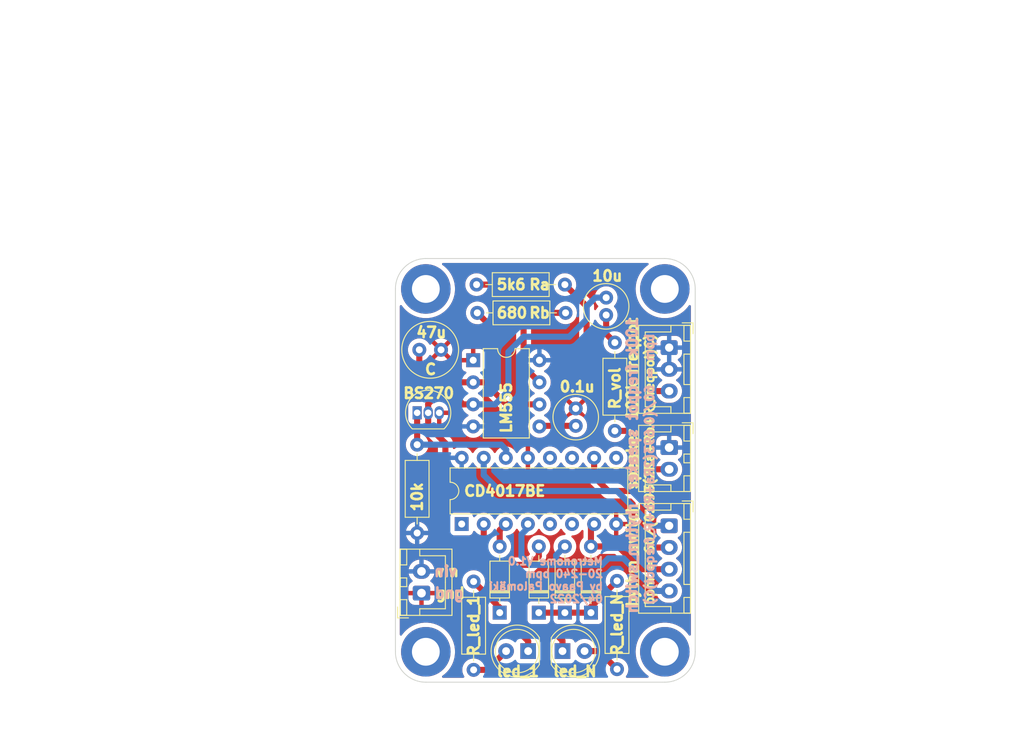
<source format=kicad_pcb>
(kicad_pcb (version 20211014) (generator pcbnew)
  (layers (0 "F.Cu" signal) (31 "B.Cu" signal) (34 "B.Paste" user) (35 "F.Paste" user) (36 "B.SilkS" user "B.Silkscreen") (37 "F.SilkS" user "F.Silkscreen") (38 "B.Mask" user) (39 "F.Mask" user) (44 "Edge.Cuts" user))
  (net 0 "")
  (net 1 "GND")
  (net 2 "Net-(D2-Pad2)")
  (net 3 "Output")
  (net 4 "Net-(C2-Pad2)")
  (net 5 "Net-(C3-Pad2)")
  (net 6 "Net-(C4-Pad2)")
  (net 7 "Net-(D3-Pad1)")
  (net 8 "Net-(D3-Pad2)")
  (net 9 "VCC")
  (net 10 "Net-(J1-Pad2)")
  (net 11 "Net-(R2-Pad1)")
  (net 12 "Net-(R2-Pad2)")
  (net 17 "Net-(D4-Pad2)")
  (net 18 "Net-(D5-Pad2)")
  (net 19 "Net-(D6-Pad1)")
  (net 20 "Net-(D6-Pad2)")
  (net 21 "Net-(D7-Pad2)")
  (net 22 "Net-(U2-Pad10)")
  (net 23 "Net-(U2-Pad15)")
  (net 24 "Net-(Q1-Pad1)")
  (footprint "Resistor_THT:R_Axial_DIN0207_L6.3mm_D2.5mm_P10.16mm_Horizontal" (layer "F.Cu") (at 132.08 71 180)
    (fp_text reference "R3")
    (fp_text value "500")
    (fp_line (start 1.81 1.37) (end 8.35 1.37) (layer "F.SilkS") (width 0.12))
    (fp_line (start 9.12 0) (end 8.35 0) (layer "F.SilkS") (width 0.12))
    (fp_line (start 8.35 1.37) (end 8.35 -1.37) (layer "F.SilkS") (width 0.12))
    (fp_line (start 8.35 -1.37) (end 1.81 -1.37) (layer "F.SilkS") (width 0.12))
    (fp_line (start 1.04 0) (end 1.81 0) (layer "F.SilkS") (width 0.12))
    (fp_line (start 1.81 -1.37) (end 1.81 1.37) (layer "F.SilkS") (width 0.12))
    (pad "1" thru_hole circle locked (at 0 0 180) (size 1.6 1.6) (drill 0.8) (layers *.Cu *.Mask) (net 12 "Net-(R2-Pad2)"))
    (pad "2" thru_hole oval locked (at 10.16 0 180) (size 1.6 1.6) (drill 0.8) (layers *.Cu *.Mask) (net 6 "Net-(C4-Pad2)"))
  )
  (footprint "Connector_JST:JST_XH_B2B-XH-A_1x02_P2.50mm_Vertical" (layer "F.Cu") (at 144 86.5 -90)
    (fp_text reference "J1")
    (fp_text value "Conn_01x02")
    (fp_line (start 4.3 2.75) (end 1.25 2.75) (layer "F.SilkS") (width 0.12))
    (fp_line (start -2.55 -2.45) (end -2.55 -1.7) (layer "F.SilkS") (width 0.12))
    (fp_line (start 0.75 -1.7) (end 1.75 -1.7) (layer "F.SilkS") (width 0.12))
    (fp_line (start 3.25 -2.45) (end 3.25 -1.7) (layer "F.SilkS") (width 0.12))
    (fp_line (start -2.55 -0.2) (end -1.8 -0.2) (layer "F.SilkS") (width 0.12))
    (fp_line (start -0.75 -2.45) (end -2.55 -2.45) (layer "F.SilkS") (width 0.12))
    (fp_line (start 1.75 -1.7) (end 1.75 -2.45) (layer "F.SilkS") (width 0.12))
    (fp_line (start -1.8 -0.2) (end -1.8 2.75) (layer "F.SilkS") (width 0.12))
    (fp_line (start -2.85 -2.75) (end -2.85 -1.5) (layer "F.SilkS") (width 0.12))
    (fp_line (start -2.55 -1.7) (end -0.75 -1.7) (layer "F.SilkS") (width 0.12))
    (fp_line (start 5.05 -2.45) (end 3.25 -2.45) (layer "F.SilkS") (width 0.12))
    (fp_line (start -0.75 -1.7) (end -0.75 -2.45) (layer "F.SilkS") (width 0.12))
    (fp_line (start -1.6 -2.75) (end -2.85 -2.75) (layer "F.SilkS") (width 0.12))
    (fp_line (start 1.75 -2.45) (end 0.75 -2.45) (layer "F.SilkS") (width 0.12))
    (fp_line (start 5.06 3.51) (end 5.06 -2.46) (layer "F.SilkS") (width 0.12))
    (fp_line (start 3.25 -1.7) (end 5.05 -1.7) (layer "F.SilkS") (width 0.12))
    (fp_line (start -2.56 3.51) (end 5.06 3.51) (layer "F.SilkS") (width 0.12))
    (fp_line (start 0.75 -2.45) (end 0.75 -1.7) (layer "F.SilkS") (width 0.12))
    (fp_line (start 5.05 -1.7) (end 5.05 -2.45) (layer "F.SilkS") (width 0.12))
    (fp_line (start 5.05 -0.2) (end 4.3 -0.2) (layer "F.SilkS") (width 0.12))
    (fp_line (start -1.8 2.75) (end 1.25 2.75) (layer "F.SilkS") (width 0.12))
    (fp_line (start 5.06 -2.46) (end -2.56 -2.46) (layer "F.SilkS") (width 0.12))
    (fp_line (start 4.3 -0.2) (end 4.3 2.75) (layer "F.SilkS") (width 0.12))
    (fp_line (start -2.56 -2.46) (end -2.56 3.51) (layer "F.SilkS") (width 0.12))
    (pad "1" thru_hole roundrect locked (at 0 0 270) (size 1.7 2) (drill 1) (layers *.Cu *.Mask) (roundrect_rratio 0.1470588235) (net 9 "VCC"))
    (pad "2" thru_hole oval locked (at 2.5 0 270) (size 1.7 2) (drill 1) (layers *.Cu *.Mask) (net 10 "Net-(J1-Pad2)"))
  )
  (footprint "Resistor_THT:R_Axial_DIN0207_L6.3mm_D2.5mm_P10.16mm_Horizontal" (layer "F.Cu") (at 137.75 74.42 -90)
    (fp_text reference "R1")
    (fp_text value "R_vol")
    (fp_line (start 9.12 0) (end 8.35 0) (layer "F.SilkS") (width 0.12))
    (fp_line (start 1.81 1.37) (end 8.35 1.37) (layer "F.SilkS") (width 0.12))
    (fp_line (start 1.81 -1.37) (end 1.81 1.37) (layer "F.SilkS") (width 0.12))
    (fp_line (start 8.35 1.37) (end 8.35 -1.37) (layer "F.SilkS") (width 0.12))
    (fp_line (start 8.35 -1.37) (end 1.81 -1.37) (layer "F.SilkS") (width 0.12))
    (fp_line (start 1.04 0) (end 1.81 0) (layer "F.SilkS") (width 0.12))
    (pad "1" thru_hole circle locked (at 0 0 270) (size 1.6 1.6) (drill 0.8) (layers *.Cu *.Mask) (net 4 "Net-(C2-Pad2)"))
    (pad "2" thru_hole oval locked (at 10.16 0 270) (size 1.6 1.6) (drill 0.8) (layers *.Cu *.Mask) (net 10 "Net-(J1-Pad2)"))
  )
  (footprint "Connector_JST:JST_XH_B2B-XH-A_1x02_P2.50mm_Vertical" (layer "F.Cu") (at 115.5 103.25 90)
    (fp_text reference "J2")
    (fp_text value "Conn_01x02")
    (fp_line (start 5.05 -1.7) (end 5.05 -2.45) (layer "F.SilkS") (width 0.12))
    (fp_line (start -1.8 2.75) (end 1.25 2.75) (layer "F.SilkS") (width 0.12))
    (fp_line (start -2.55 -1.7) (end -0.75 -1.7) (layer "F.SilkS") (width 0.12))
    (fp_line (start -2.56 3.51) (end 5.06 3.51) (layer "F.SilkS") (width 0.12))
    (fp_line (start -2.85 -2.75) (end -2.85 -1.5) (layer "F.SilkS") (width 0.12))
    (fp_line (start -0.75 -2.45) (end -2.55 -2.45) (layer "F.SilkS") (width 0.12))
    (fp_line (start 4.3 -0.2) (end 4.3 2.75) (layer "F.SilkS") (width 0.12))
    (fp_line (start -2.55 -2.45) (end -2.55 -1.7) (layer "F.SilkS") (width 0.12))
    (fp_line (start 3.25 -2.45) (end 3.25 -1.7) (layer "F.SilkS") (width 0.12))
    (fp_line (start -2.55 -0.2) (end -1.8 -0.2) (layer "F.SilkS") (width 0.12))
    (fp_line (start -1.6 -2.75) (end -2.85 -2.75) (layer "F.SilkS") (width 0.12))
    (fp_line (start -0.75 -1.7) (end -0.75 -2.45) (layer "F.SilkS") (width 0.12))
    (fp_line (start -2.56 -2.46) (end -2.56 3.51) (layer "F.SilkS") (width 0.12))
    (fp_line (start 4.3 2.75) (end 1.25 2.75) (layer "F.SilkS") (width 0.12))
    (fp_line (start 5.06 3.51) (end 5.06 -2.46) (layer "F.SilkS") (width 0.12))
    (fp_line (start 3.25 -1.7) (end 5.05 -1.7) (layer "F.SilkS") (width 0.12))
    (fp_line (start 0.75 -2.45) (end 0.75 -1.7) (layer "F.SilkS") (width 0.12))
    (fp_line (start 5.05 -2.45) (end 3.25 -2.45) (layer "F.SilkS") (width 0.12))
    (fp_line (start 5.05 -0.2) (end 4.3 -0.2) (layer "F.SilkS") (width 0.12))
    (fp_line (start 5.06 -2.46) (end -2.56 -2.46) (layer "F.SilkS") (width 0.12))
    (fp_line (start -1.8 -0.2) (end -1.8 2.75) (layer "F.SilkS") (width 0.12))
    (fp_line (start 1.75 -2.45) (end 0.75 -2.45) (layer "F.SilkS") (width 0.12))
    (fp_line (start 0.75 -1.7) (end 1.75 -1.7) (layer "F.SilkS") (width 0.12))
    (fp_line (start 1.75 -1.7) (end 1.75 -2.45) (layer "F.SilkS") (width 0.12))
    (pad "1" thru_hole roundrect locked (at 0 0 90) (size 1.7 2) (drill 1) (layers *.Cu *.Mask) (roundrect_rratio 0.1470588235) (net 1 "GND"))
    (pad "2" thru_hole oval locked (at 2.5 0 90) (size 1.7 2) (drill 1) (layers *.Cu *.Mask) (net 9 "VCC"))
  )
  (footprint "Resistor_THT:R_Axial_DIN0207_L6.3mm_D2.5mm_P10.16mm_Horizontal" (layer "F.Cu") (at 121.5 112.08 90)
    (fp_text reference "R10")
    (fp_text value "2.2k")
    (fp_line (start 9.12 0) (end 8.35 0) (layer "F.SilkS") (width 0.12))
    (fp_line (start 1.04 0) (end 1.81 0) (layer "F.SilkS") (width 0.12))
    (fp_line (start 1.81 1.37) (end 8.35 1.37) (layer "F.SilkS") (width 0.12))
    (fp_line (start 1.81 -1.37) (end 1.81 1.37) (layer "F.SilkS") (width 0.12))
    (fp_line (start 8.35 -1.37) (end 1.81 -1.37) (layer "F.SilkS") (width 0.12))
    (fp_line (start 8.35 1.37) (end 8.35 -1.37) (layer "F.SilkS") (width 0.12))
    (pad "1" thru_hole circle locked (at 0 0 90) (size 1.6 1.6) (drill 0.8) (layers *.Cu *.Mask) (net 21 "Net-(D7-Pad2)"))
    (pad "2" thru_hole oval locked (at 10.16 0 90) (size 1.6 1.6) (drill 0.8) (layers *.Cu *.Mask) (net 19 "Net-(D6-Pad1)"))
  )
  (footprint "MountingHole:MountingHole_3.2mm_M3_ISO7380_Pad" (layer "F.Cu") (at 116 110)
    (fp_text reference "H2")
    (fp_text value "MountingHole_Pad")
    (pad "1" thru_hole circle locked (at 0 0) (size 5.7 5.7) (drill 3.2) (layers *.Cu *.Mask))
  )
  (footprint "Capacitor_THT:C_Radial_D5.0mm_H11.0mm_P2.00mm" (layer "F.Cu") (at 136.75 69.25 -90)
    (fp_text reference "C2")
    (fp_text value "10u")
    (fp_circle (center 1 0) (end 3.62 0) (layer "F.SilkS") (width 0.12) (fill none))
    (pad "1" thru_hole circle locked (at 0 0 270) (size 1.6 1.6) (drill 0.8) (layers *.Cu *.Mask) (net 3 "Output"))
    (pad "2" thru_hole circle locked (at 2 0 270) (size 1.6 1.6) (drill 0.8) (layers *.Cu *.Mask) (net 4 "Net-(C2-Pad2)"))
  )
  (footprint "Capacitor_THT:C_Radial_D5.0mm_H11.0mm_P2.00mm" (layer "F.Cu") (at 133.25 82 -90)
    (fp_text reference "C3")
    (fp_text value "0.1u")
    (fp_circle (center 1 0) (end 3.62 0) (layer "F.SilkS") (width 0.12) (fill none))
    (pad "1" thru_hole circle locked (at 0 0 270) (size 1.6 1.6) (drill 0.8) (layers *.Cu *.Mask) (net 1 "GND"))
    (pad "2" thru_hole circle locked (at 2 0 270) (size 1.6 1.6) (drill 0.8) (layers *.Cu *.Mask) (net 5 "Net-(C3-Pad2)"))
  )
  (footprint "Capacitor_THT:C_Radial_D6.3mm_H11.0mm_P2.50mm" (layer "F.Cu") (at 117.75 75.25 180)
    (fp_text reference "C4")
    (fp_text value "47u")
    (fp_circle (center 1.25 0) (end 4.52 0) (layer "F.SilkS") (width 0.12) (fill none))
    (pad "1" thru_hole circle locked (at 0 0 180) (size 1.6 1.6) (drill 0.8) (layers *.Cu *.Mask) (net 1 "GND"))
    (pad "2" thru_hole circle locked (at 2.5 0 180) (size 1.6 1.6) (drill 0.8) (layers *.Cu *.Mask) (net 6 "Net-(C4-Pad2)"))
  )
  (footprint "MountingHole:MountingHole_3.2mm_M3_ISO7380_Pad" (layer "F.Cu") (at 143.5 68.25)
    (fp_text reference "H3")
    (fp_text value "MountingHole_Pad")
    (pad "1" thru_hole circle locked (at 0 0) (size 5.7 5.7) (drill 3.2) (layers *.Cu *.Mask))
  )
  (footprint "Diode_THT:D_DO-35_SOD27_P7.62mm_Horizontal" (layer "F.Cu") (at 129 105.5 90)
    (fp_text reference "D5")
    (fp_text value "1N4148")
    (fp_line (start 2.41 -1.12) (end 2.41 1.12) (layer "F.SilkS") (width 0.12))
    (fp_line (start 2.29 -1.12) (end 2.29 1.12) (layer "F.SilkS") (width 0.12))
    (fp_line (start 5.93 1.12) (end 5.93 -1.12) (layer "F.SilkS") (width 0.12))
    (fp_line (start 1.69 -1.12) (end 1.69 1.12) (layer "F.SilkS") (width 0.12))
    (fp_line (start 2.53 -1.12) (end 2.53 1.12) (layer "F.SilkS") (width 0.12))
    (fp_line (start 1.04 0) (end 1.69 0) (layer "F.SilkS") (width 0.12))
    (fp_line (start 6.58 0) (end 5.93 0) (layer "F.SilkS") (width 0.12))
    (fp_line (start 1.69 1.12) (end 5.93 1.12) (layer "F.SilkS") (width 0.12))
    (fp_line (start 5.93 -1.12) (end 1.69 -1.12) (layer "F.SilkS") (width 0.12))
    (pad "1" thru_hole rect locked (at 0 0 90) (size 1.6 1.6) (drill 0.8) (layers *.Cu *.Mask) (net 7 "Net-(D3-Pad1)"))
    (pad "2" thru_hole oval locked (at 7.62 0 90) (size 1.6 1.6) (drill 0.8) (layers *.Cu *.Mask) (net 18 "Net-(D5-Pad2)"))
  )
  (footprint "Connector_JST:JST_XH_B4B-XH-A_1x04_P2.50mm_Vertical" (layer "F.Cu") (at 144 95.5 -90)
    (fp_text reference "J3")
    (fp_text value "Conn_01x04")
    (fp_line (start -1.8 2.75) (end 3.75 2.75) (layer "F.SilkS") (width 0.12))
    (fp_line (start 8.25 -2.45) (end 8.25 -1.7) (layer "F.SilkS") (width 0.12))
    (fp_line (start -2.55 -1.7) (end -0.75 -1.7) (layer "F.SilkS") (width 0.12))
    (fp_line (start 9.3 -0.2) (end 9.3 2.75) (layer "F.SilkS") (width 0.12))
    (fp_line (start 0.75 -1.7) (end 6.75 -1.7) (layer "F.SilkS") (width 0.12))
    (fp_line (start -1.8 -0.2) (end -1.8 2.75) (layer "F.SilkS") (width 0.12))
    (fp_line (start -0.75 -1.7) (end -0.75 -2.45) (layer "F.SilkS") (width 0.12))
    (fp_line (start -2.55 -0.2) (end -1.8 -0.2) (layer "F.SilkS") (width 0.12))
    (fp_line (start 6.75 -2.45) (end 0.75 -2.45) (layer "F.SilkS") (width 0.12))
    (fp_line (start -2.56 -2.46) (end -2.56 3.51) (layer "F.SilkS") (width 0.12))
    (fp_line (start -2.56 3.51) (end 10.06 3.51) (layer "F.SilkS") (width 0.12))
    (fp_line (start 9.3 2.75) (end 3.75 2.75) (layer "F.SilkS") (width 0.12))
    (fp_line (start 8.25 -1.7) (end 10.05 -1.7) (layer "F.SilkS") (width 0.12))
    (fp_line (start 10.06 3.51) (end 10.06 -2.46) (layer "F.SilkS") (width 0.12))
    (fp_line (start 10.06 -2.46) (end -2.56 -2.46) (layer "F.SilkS") (width 0.12))
    (fp_line (start 10.05 -2.45) (end 8.25 -2.45) (layer "F.SilkS") (width 0.12))
    (fp_line (start 10.05 -1.7) (end 10.05 -2.45) (layer "F.SilkS") (width 0.12))
    (fp_line (start -1.6 -2.75) (end -2.85 -2.75) (layer "F.SilkS") (width 0.12))
    (fp_line (start -0.75 -2.45) (end -2.55 -2.45) (layer "F.SilkS") (width 0.12))
    (fp_line (start -2.85 -2.75) (end -2.85 -1.5) (layer "F.SilkS") (width 0.12))
    (fp_line (start 10.05 -0.2) (end 9.3 -0.2) (layer "F.SilkS") (width 0.12))
    (fp_line (start 0.75 -2.45) (end 0.75 -1.7) (layer "F.SilkS") (width 0.12))
    (fp_line (start -2.55 -2.45) (end -2.55 -1.7) (layer "F.SilkS") (width 0.12))
    (fp_line (start 6.75 -1.7) (end 6.75 -2.45) (layer "F.SilkS") (width 0.12))
    (pad "1" thru_hole roundrect locked (at 0 0 270) (size 1.7 1.95) (drill 0.95) (layers *.Cu *.Mask) (roundrect_rratio 0.147059) (net 23 "Net-(U2-Pad15)"))
    (pad "2" thru_hole oval locked (at 2.5 0 270) (size 1.7 1.95) (drill 0.95) (layers *.Cu *.Mask) (net 22 "Net-(U2-Pad10)"))
    (pad "3" thru_hole oval locked (at 5 0 270) (size 1.7 1.95) (drill 0.95) (layers *.Cu *.Mask) (net 8 "Net-(D3-Pad2)"))
    (pad "4" thru_hole oval locked (at 7.5 0 270) (size 1.7 1.95) (drill 0.95) (layers *.Cu *.Mask) (net 17 "Net-(D4-Pad2)"))
  )
  (footprint "MountingHole:MountingHole_3.2mm_M3_ISO7380_Pad" (layer "F.Cu") (at 116 68.25)
    (fp_text reference "H4")
    (fp_text value "MountingHole_Pad")
    (pad "1" thru_hole circle locked (at 0 0) (size 5.7 5.7) (drill 3.2) (layers *.Cu *.Mask))
  )
  (footprint "MountingHole:MountingHole_3.2mm_M3_ISO7380_Pad" (layer "F.Cu") (at 143.5 110)
    (fp_text reference "H1")
    (fp_text value "MountingHole_Pad")
    (pad "1" thru_hole circle locked (at 0 0) (size 5.7 5.7) (drill 3.2) (layers *.Cu *.Mask))
  )
  (footprint "Diode_THT:D_DO-35_SOD27_P7.62mm_Horizontal" (layer "F.Cu") (at 135 105.5 90)
    (fp_text reference "D3")
    (fp_text value "1N4148")
    (fp_line (start 2.29 -1.12) (end 2.29 1.12) (layer "F.SilkS") (width 0.12))
    (fp_line (start 5.93 -1.12) (end 1.69 -1.12) (layer "F.SilkS") (width 0.12))
    (fp_line (start 1.69 1.12) (end 5.93 1.12) (layer "F.SilkS") (width 0.12))
    (fp_line (start 5.93 1.12) (end 5.93 -1.12) (layer "F.SilkS") (width 0.12))
    (fp_line (start 1.69 -1.12) (end 1.69 1.12) (layer "F.SilkS") (width 0.12))
    (fp_line (start 1.04 0) (end 1.69 0) (layer "F.SilkS") (width 0.12))
    (fp_line (start 2.53 -1.12) (end 2.53 1.12) (layer "F.SilkS") (width 0.12))
    (fp_line (start 6.58 0) (end 5.93 0) (layer "F.SilkS") (width 0.12))
    (fp_line (start 2.41 -1.12) (end 2.41 1.12) (layer "F.SilkS") (width 0.12))
    (pad "1" thru_hole rect locked (at 0 0 90) (size 1.6 1.6) (drill 0.8) (layers *.Cu *.Mask) (net 7 "Net-(D3-Pad1)"))
    (pad "2" thru_hole oval locked (at 7.62 0 90) (size 1.6 1.6) (drill 0.8) (layers *.Cu *.Mask) (net 8 "Net-(D3-Pad2)"))
  )
  (footprint "Connector_JST:JST_XH_B3B-XH-A_1x03_P2.50mm_Vertical" (layer "F.Cu") (at 144 75 -90)
    (fp_text reference "RV2")
    (fp_text value "100k")
    (fp_line (start 7.55 -1.7) (end 7.55 -2.45) (layer "F.SilkS") (width 0.12))
    (fp_line (start 0.75 -1.7) (end 4.25 -1.7) (layer "F.SilkS") (width 0.12))
    (fp_line (start 4.25 -1.7) (end 4.25 -2.45) (layer "F.SilkS") (width 0.12))
    (fp_line (start -1.8 2.75) (end 2.5 2.75) (layer "F.SilkS") (width 0.12))
    (fp_line (start -1.6 -2.75) (end -2.85 -2.75) (layer "F.SilkS") (width 0.12))
    (fp_line (start 6.8 2.75) (end 2.5 2.75) (layer "F.SilkS") (width 0.12))
    (fp_line (start 5.75 -2.45) (end 5.75 -1.7) (layer "F.SilkS") (width 0.12))
    (fp_line (start -2.56 3.51) (end 7.56 3.51) (layer "F.SilkS") (width 0.12))
    (fp_line (start -0.75 -2.45) (end -2.55 -2.45) (layer "F.SilkS") (width 0.12))
    (fp_line (start 7.55 -0.2) (end 6.8 -0.2) (layer "F.SilkS") (width 0.12))
    (fp_line (start -2.85 -2.75) (end -2.85 -1.5) (layer "F.SilkS") (width 0.12))
    (fp_line (start 6.8 -0.2) (end 6.8 2.75) (layer "F.SilkS") (width 0.12))
    (fp_line (start -2.55 -2.45) (end -2.55 -1.7) (layer "F.SilkS") (width 0.12))
    (fp_line (start 7.55 -2.45) (end 5.75 -2.45) (layer "F.SilkS") (width 0.12))
    (fp_line (start -2.56 -2.46) (end -2.56 3.51) (layer "F.SilkS") (width 0.12))
    (fp_line (start 4.25 -2.45) (end 0.75 -2.45) (layer "F.SilkS") (width 0.12))
    (fp_line (start -1.8 -0.2) (end -1.8 2.75) (layer "F.SilkS") (width 0.12))
    (fp_line (start 7.56 3.51) (end 7.56 -2.46) (layer "F.SilkS") (width 0.12))
    (fp_line (start 0.75 -2.45) (end 0.75 -1.7) (layer "F.SilkS") (width 0.12))
    (fp_line (start 5.75 -1.7) (end 7.55 -1.7) (layer "F.SilkS") (width 0.12))
    (fp_line (start -2.55 -0.2) (end -1.8 -0.2) (layer "F.SilkS") (width 0.12))
    (fp_line (start -0.75 -1.7) (end -0.75 -2.45) (layer "F.SilkS") (width 0.12))
    (fp_line (start -2.55 -1.7) (end -0.75 -1.7) (layer "F.SilkS") (width 0.12))
    (fp_line (start 7.56 -2.46) (end -2.56 -2.46) (layer "F.SilkS") (width 0.12))
    (pad "1" thru_hole roundrect locked (at 0 0 270) (size 1.7 1.95) (drill 0.95) (layers *.Cu *.Mask) (roundrect_rratio 0.1470588235) (net 9 "VCC"))
    (pad "2" thru_hole oval locked (at 2.5 0 270) (size 1.7 1.95) (drill 0.95) (layers *.Cu *.Mask) (net 9 "VCC"))
    (pad "3" thru_hole oval locked (at 5 0 270) (size 1.7 1.95) (drill 0.95) (layers *.Cu *.Mask) (net 11 "Net-(R2-Pad1)"))
  )
  (footprint "Package_TO_SOT_THT:TO-92_Inline" (layer "F.Cu") (at 115 82.5)
    (fp_text reference "Q1")
    (fp_text value "BS170")
    (fp_line (start -0.53 1.85) (end 3.07 1.85) (layer "F.SilkS") (width 0.12))
    (fp_arc (start 1.27 -2.6) (mid 3.672087 -0.994977) (end 3.108478 1.838478) (layer "F.SilkS") (width 0.12))
    (fp_arc (start -0.568478 1.838478) (mid -1.132087 -0.994977) (end 1.27 -2.6) (layer "F.SilkS") (width 0.12))
    (pad "1" thru_hole rect (at 0 0) (size 1.05 1.5) (drill 0.75) (layers *.Cu *.Mask) (net 24 "Net-(Q1-Pad1)"))
    (pad "2" thru_hole oval locked (at 1.27 0) (size 1.05 1.5) (drill 0.75) (layers *.Cu *.Mask) (net 3 "Output"))
    (pad "3" thru_hole oval locked (at 2.54 0) (size 1.05 1.5) (drill 0.75) (layers *.Cu *.Mask) (net 1 "GND"))
  )
  (footprint "LED_THT:LED_D5.0mm" (layer "F.Cu") (at 127.775 109.92 180)
    (fp_text reference "D7")
    (fp_text value "LED1")
    (fp_line (start -1.29 -1.545) (end -1.29 1.545) (layer "F.SilkS") (width 0.12))
    (fp_arc (start -1.29 -1.54483) (mid 2.072002 -2.880433) (end 4.26 0.000462) (layer "F.SilkS") (width 0.12))
    (fp_arc (start 4.26 -0.000462) (mid 2.072002 2.880433) (end -1.29 1.54483) (layer "F.SilkS") (width 0.12))
    (fp_circle (center 1.27 0) (end 3.77 0) (layer "F.SilkS") (width 0.12) (fill none))
    (pad "1" thru_hole rect locked (at 0 0 180) (size 1.8 1.8) (drill 0.9) (layers *.Cu *.Mask) (net 3 "Output"))
    (pad "2" thru_hole circle locked (at 2.54 0 180) (size 1.8 1.8) (drill 0.9) (layers *.Cu *.Mask) (net 21 "Net-(D7-Pad2)"))
  )
  (footprint "Package_DIP:DIP-16_W7.62mm" (layer "F.Cu") (at 120.125 95.3 90)
    (fp_text reference "U2")
    (fp_text value "4017")
    (fp_line (start 2.81 -1.33) (end 1.16 -1.33) (layer "F.SilkS") (width 0.12))
    (fp_line (start 1.16 -1.33) (end 1.16 19.11) (layer "F.SilkS") (width 0.12))
    (fp_line (start 1.16 19.11) (end 6.46 19.11) (layer "F.SilkS") (width 0.12))
    (fp_line (start 6.46 19.11) (end 6.46 -1.33) (layer "F.SilkS") (width 0.12))
    (fp_line (start 6.46 -1.33) (end 4.81 -1.33) (layer "F.SilkS") (width 0.12))
    (fp_arc (start 4.81 -1.33) (mid 3.81 -0.33) (end 2.81 -1.33) (layer "F.SilkS") (width 0.12))
    (pad "1" thru_hole rect locked (at 0 0 90) (size 1.6 1.6) (drill 0.8) (layers *.Cu *.Mask))
    (pad "2" thru_hole oval locked (at 0 2.54 90) (size 1.6 1.6) (drill 0.8) (layers *.Cu *.Mask) (net 18 "Net-(D5-Pad2)"))
    (pad "3" thru_hole oval locked (at 0 5.08 90) (size 1.6 1.6) (drill 0.8) (layers *.Cu *.Mask) (net 20 "Net-(D6-Pad2)"))
    (pad "4" thru_hole oval locked (at 0 7.62 90) (size 1.6 1.6) (drill 0.8) (layers *.Cu *.Mask) (net 17 "Net-(D4-Pad2)"))
    (pad "5" thru_hole oval locked (at 0 10.16 90) (size 1.6 1.6) (drill 0.8) (layers *.Cu *.Mask))
    (pad "6" thru_hole oval locked (at 0 12.7 90) (size 1.6 1.6) (drill 0.8) (layers *.Cu *.Mask))
    (pad "7" thru_hole oval locked (at 0 15.24 90) (size 1.6 1.6) (drill 0.8) (layers *.Cu *.Mask) (net 8 "Net-(D3-Pad2)"))
    (pad "8" thru_hole oval locked (at 0 17.78 90) (size 1.6 1.6) (drill 0.8) (layers *.Cu *.Mask) (net 1 "GND"))
    (pad "9" thru_hole oval locked (at 7.62 17.78 90) (size 1.6 1.6) (drill 0.8) (layers *.Cu *.Mask))
    (pad "10" thru_hole oval locked (at 7.62 15.24 90) (size 1.6 1.6) (drill 0.8) (layers *.Cu *.Mask) (net 22 "Net-(U2-Pad10)"))
    (pad "11" thru_hole oval locked (at 7.62 12.7 90) (size 1.6 1.6) (drill 0.8) (layers *.Cu *.Mask))
    (pad "12" thru_hole oval locked (at 7.62 10.16 90) (size 1.6 1.6) (drill 0.8) (layers *.Cu *.Mask))
    (pad "13" thru_hole oval locked (at 7.62 7.62 90) (size 1.6 1.6) (drill 0.8) (layers *.Cu *.Mask) (net 1 "GND"))
    (pad "14" thru_hole oval locked (at 7.62 5.08 90) (size 1.6 1.6) (drill 0.8) (layers *.Cu *.Mask) (net 24 "Net-(Q1-Pad1)"))
    (pad "15" thru_hole oval locked (at 7.62 2.54 90) (size 1.6 1.6) (drill 0.8) (layers *.Cu *.Mask) (net 23 "Net-(U2-Pad15)"))
    (pad "16" thru_hole oval locked (at 7.62 0 90) (size 1.6 1.6) (drill 0.8) (layers *.Cu *.Mask) (net 9 "VCC"))
  )
  (footprint "Diode_THT:D_DO-35_SOD27_P7.62mm_Horizontal" (layer "F.Cu") (at 132 105.5 90)
    (fp_text reference "D4")
    (fp_text value "1N4148")
    (fp_line (start 5.93 -1.12) (end 1.69 -1.12) (layer "F.SilkS") (width 0.12))
    (fp_line (start 2.41 -1.12) (end 2.41 1.12) (layer "F.SilkS") (width 0.12))
    (fp_line (start 1.69 -1.12) (end 1.69 1.12) (layer "F.SilkS") (width 0.12))
    (fp_line (start 6.58 0) (end 5.93 0) (layer "F.SilkS") (width 0.12))
    (fp_line (start 1.04 0) (end 1.69 0) (layer "F.SilkS") (width 0.12))
    (fp_line (start 2.53 -1.12) (end 2.53 1.12) (layer "F.SilkS") (width 0.12))
    (fp_line (start 5.93 1.12) (end 5.93 -1.12) (layer "F.SilkS") (width 0.12))
    (fp_line (start 1.69 1.12) (end 5.93 1.12) (layer "F.SilkS") (width 0.12))
    (fp_line (start 2.29 -1.12) (end 2.29 1.12) (layer "F.SilkS") (width 0.12))
    (pad "1" thru_hole rect locked (at 0 0 90) (size 1.6 1.6) (drill 0.8) (layers *.Cu *.Mask) (net 7 "Net-(D3-Pad1)"))
    (pad "2" thru_hole oval locked (at 7.62 0 90) (size 1.6 1.6) (drill 0.8) (layers *.Cu *.Mask) (net 17 "Net-(D4-Pad2)"))
  )
  (footprint "Resistor_THT:R_Axial_DIN0207_L6.3mm_D2.5mm_P10.16mm_Horizontal" (layer "F.Cu") (at 138 112 90)
    (fp_text reference "R9")
    (fp_text value "2.2k")
    (fp_line (start 8.35 1.37) (end 8.35 -1.37) (layer "F.SilkS") (width 0.12))
    (fp_line (start 9.12 0) (end 8.35 0) (layer "F.SilkS") (width 0.12))
    (fp_line (start 1.81 1.37) (end 8.35 1.37) (layer "F.SilkS") (width 0.12))
    (fp_line (start 1.04 0) (end 1.81 0) (layer "F.SilkS") (width 0.12))
    (fp_line (start 8.35 -1.37) (end 1.81 -1.37) (layer "F.SilkS") (width 0.12))
    (fp_line (start 1.81 -1.37) (end 1.81 1.37) (layer "F.SilkS") (width 0.12))
    (pad "1" thru_hole circle locked (at 0 0 90) (size 1.6 1.6) (drill 0.8) (layers *.Cu *.Mask) (net 2 "Net-(D2-Pad2)"))
    (pad "2" thru_hole oval locked (at 10.16 0 90) (size 1.6 1.6) (drill 0.8) (layers *.Cu *.Mask) (net 7 "Net-(D3-Pad1)"))
  )
  (footprint "Package_DIP:DIP-8_W7.62mm" (layer "F.Cu") (at 121.45 76.45)
    (fp_text reference "U1")
    (fp_text value "LM555xN")
    (fp_line (start 6.46 8.95) (end 6.46 -1.33) (layer "F.SilkS") (width 0.12))
    (fp_line (start 2.81 -1.33) (end 1.16 -1.33) (layer "F.SilkS") (width 0.12))
    (fp_line (start 1.16 -1.33) (end 1.16 8.95) (layer "F.SilkS") (width 0.12))
    (fp_line (start 6.46 -1.33) (end 4.81 -1.33) (layer "F.SilkS") (width 0.12))
    (fp_line (start 1.16 8.95) (end 6.46 8.95) (layer "F.SilkS") (width 0.12))
    (fp_arc (start 4.81 -1.33) (mid 3.81 -0.33) (end 2.81 -1.33) (layer "F.SilkS") (width 0.12))
    (pad "1" thru_hole rect locked (at 0 0) (size 1.6 1.6) (drill 0.8) (layers *.Cu *.Mask) (net 1 "GND"))
    (pad "2" thru_hole oval locked (at 0 2.54) (size 1.6 1.6) (drill 0.8) (layers *.Cu *.Mask) (net 6 "Net-(C4-Pad2)"))
    (pad "3" thru_hole oval locked (at 0 5.08) (size 1.6 1.6) (drill 0.8) (layers *.Cu *.Mask) (net 3 "Output"))
    (pad "4" thru_hole oval locked (at 0 7.62) (size 1.6 1.6) (drill 0.8) (layers *.Cu *.Mask) (net 9 "VCC"))
    (pad "5" thru_hole oval locked (at 7.62 7.62) (size 1.6 1.6) (drill 0.8) (layers *.Cu *.Mask) (net 5 "Net-(C3-Pad2)"))
    (pad "6" thru_hole oval locked (at 7.62 5.08) (size 1.6 1.6) (drill 0.8) (layers *.Cu *.Mask) (net 6 "Net-(C4-Pad2)"))
    (pad "7" thru_hole oval locked (at 7.62 2.54) (size 1.6 1.6) (drill 0.8) (layers *.Cu *.Mask) (net 12 "Net-(R2-Pad2)"))
    (pad "8" thru_hole oval locked (at 7.62 0) (size 1.6 1.6) (drill 0.8) (layers *.Cu *.Mask) (net 9 "VCC"))
  )
  (footprint "Resistor_THT:R_Axial_DIN0207_L6.3mm_D2.5mm_P10.16mm_Horizontal" (layer "F.Cu") (at 132 67.75 180)
    (fp_text reference "R2")
    (fp_text value "5k")
    (fp_line (start 8.35 1.37) (end 8.35 -1.37) (layer "F.SilkS") (width 0.12))
    (fp_line (start 1.81 -1.37) (end 1.81 1.37) (layer "F.SilkS") (width 0.12))
    (fp_line (start 9.12 0) (end 8.35 0) (layer "F.SilkS") (width 0.12))
    (fp_line (start 1.81 1.37) (end 8.35 1.37) (layer "F.SilkS") (width 0.12))
    (fp_line (start 1.04 0) (end 1.81 0) (layer "F.SilkS") (width 0.12))
    (fp_line (start 8.35 -1.37) (end 1.81 -1.37) (layer "F.SilkS") (width 0.12))
    (pad "1" thru_hole circle locked (at 0 0 180) (size 1.6 1.6) (drill 0.8) (layers *.Cu *.Mask) (net 11 "Net-(R2-Pad1)"))
    (pad "2" thru_hole oval locked (at 10.16 0 180) (size 1.6 1.6) (drill 0.8) (layers *.Cu *.Mask) (net 12 "Net-(R2-Pad2)"))
  )
  (footprint "Diode_THT:D_DO-35_SOD27_P7.62mm_Horizontal" (layer "F.Cu") (at 124.5 105.5 90)
    (fp_text reference "D6")
    (fp_text value "1N4148")
    (fp_line (start 5.93 1.12) (end 5.93 -1.12) (layer "F.SilkS") (width 0.12))
    (fp_line (start 6.58 0) (end 5.93 0) (layer "F.SilkS") (width 0.12))
    (fp_line (start 2.29 -1.12) (end 2.29 1.12) (layer "F.SilkS") (width 0.12))
    (fp_line (start 5.93 -1.12) (end 1.69 -1.12) (layer "F.SilkS") (width 0.12))
    (fp_line (start 1.69 -1.12) (end 1.69 1.12) (layer "F.SilkS") (width 0.12))
    (fp_line (start 2.53 -1.12) (end 2.53 1.12) (layer "F.SilkS") (width 0.12))
    (fp_line (start 2.41 -1.12) (end 2.41 1.12) (layer "F.SilkS") (width 0.12))
    (fp_line (start 1.04 0) (end 1.69 0) (layer "F.SilkS") (width 0.12))
    (fp_line (start 1.69 1.12) (end 5.93 1.12) (layer "F.SilkS") (width 0.12))
    (pad "1" thru_hole rect locked (at 0 0 90) (size 1.6 1.6) (drill 0.8) (layers *.Cu *.Mask) (net 19 "Net-(D6-Pad1)"))
    (pad "2" thru_hole oval locked (at 7.62 0 90) (size 1.6 1.6) (drill 0.8) (layers *.Cu *.Mask) (net 20 "Net-(D6-Pad2)"))
  )
  (footprint "LED_THT:LED_D5.0mm" (layer "F.Cu") (at 131.725 109.92)
    (fp_text reference "D2")
    (fp_text value "LED234")
    (fp_line (start -1.29 -1.545) (end -1.29 1.545) (layer "F.SilkS") (width 0.12))
    (fp_arc (start -1.29 -1.54483) (mid 2.072002 -2.880433) (end 4.26 0.000462) (layer "F.SilkS") (width 0.12))
    (fp_arc (start 4.26 -0.000462) (mid 2.072002 2.880433) (end -1.29 1.54483) (layer "F.SilkS") (width 0.12))
    (fp_circle (center 1.27 0) (end 3.77 0) (layer "F.SilkS") (width 0.12) (fill none))
    (pad "1" thru_hole rect locked (at 0 0) (size 1.8 1.8) (drill 0.9) (layers *.Cu *.Mask) (net 3 "Output"))
    (pad "2" thru_hole circle locked (at 2.54 0) (size 1.8 1.8) (drill 0.9) (layers *.Cu *.Mask) (net 2 "Net-(D2-Pad2)"))
  )
  (footprint "Resistor_THT:R_Axial_DIN0207_L6.3mm_D2.5mm_P10.16mm_Horizontal" (layer "F.Cu") (at 115 86.17 -90)
    (fp_text reference "R4")
    (fp_text value "10k")
    (fp_line (start 1.81 1.37) (end 8.35 1.37) (layer "F.SilkS") (width 0.12))
    (fp_line (start 1.04 0) (end 1.81 0) (layer "F.SilkS") (width 0.12))
    (fp_line (start 1.81 -1.37) (end 1.81 1.37) (layer "F.SilkS") (width 0.12))
    (fp_line (start 9.12 0) (end 8.35 0) (layer "F.SilkS") (width 0.12))
    (fp_line (start 8.35 1.37) (end 8.35 -1.37) (layer "F.SilkS") (width 0.12))
    (fp_line (start 8.35 -1.37) (end 1.81 -1.37) (layer "F.SilkS") (width 0.12))
    (pad "1" thru_hole circle locked (at 0 0 270) (size 1.6 1.6) (drill 0.8) (layers *.Cu *.Mask) (net 24 "Net-(Q1-Pad1)"))
    (pad "2" thru_hole oval locked (at 10.16 0 270) (size 1.6 1.6) (drill 0.8) (layers *.Cu *.Mask) (net 9 "VCC"))
  )
  (gr_line (start 147 110) (end 147 68.25) (layer "Edge.Cuts") (width 0.1))
  (gr_line (start 112.5 68.25) (end 112.5 110) (layer "Edge.Cuts") (width 0.1))
  (gr_arc (start 112.5 68.25) (mid 113.525126 65.775126) (end 116 64.75) (layer "Edge.Cuts") (width 0.1))
  (gr_line (start 116 113.5) (end 143.5 113.5) (layer "Edge.Cuts") (width 0.1))
  (gr_line (start 143.5 64.75) (end 116 64.75) (layer "Edge.Cuts") (width 0.1))
  (gr_arc (start 143.5 64.75) (mid 145.974874 65.775126) (end 147 68.25) (layer "Edge.Cuts") (width 0.1))
  (gr_arc (start 147 110) (mid 145.974874 112.474874) (end 143.5 113.5) (layer "Edge.Cuts") (width 0.1))
  (gr_arc (start 116 113.5) (mid 113.525126 112.474874) (end 112.5 110) (layer "Edge.Cuts") (width 0.1))
  (gr_text "100k freqpot" (at 139.75 83.5 90) (layer "B.SilkS") (effects (font (size 1.2 1.2) (thickness 0.3)) (justify right mirror)))
  (gr_text "gnd" (at 120.5 103.25) (layer "B.SilkS") (effects (font (size 1.2 1.2) (thickness 0.3)) (justify left mirror)))
  (gr_text "speaker" (at 139.75 91.5 90) (layer "B.SilkS") (effects (font (size 1.2 1.2) (thickness 0.3)) (justify right mirror)))
  (gr_text "bpm = 60/(0.693(2Ra+Rb+R_freqpot)C)" (at 141.75 73.25 90) (layer "B.SilkS") (effects (font (size 1 1) (thickness 0.25)) (justify left mirror)))
  (gr_text "rhythm_switch" (at 139.75 105.75 90) (layer "B.SilkS") (effects (font (size 1.2 1.2) (thickness 0.3)) (justify right mirror)))
  (gr_text "Metronome V1.0\n20-240 bpm\nby Paavo Palomäki\n04/2022" (at 136.5 101.75) (layer "B.SilkS") (effects (font (size 0.9 0.9) (thickness 0.225)) (justify left mirror)))
  (gr_text "vin" (at 119.75 100.75) (layer "B.SilkS") (effects (font (size 1.2 1.2) (thickness 0.3)) (justify left mirror)))
  (gr_text "R_vol" (at 137.75 82.25 90) (layer "F.SilkS") (effects (font (size 1.2 1.2) (thickness 0.3)) (justify left)))
  (gr_text "led_1" (at 124 112.25) (layer "F.SilkS") (effects (font (size 1.2 1.2) (thickness 0.3)) (justify left)))
  (gr_text "R_led_N" (at 138 110.575 90) (layer "F.SilkS") (effects (font (size 1.2 1.2) (thickness 0.3)) (justify left)))
  (gr_text "100k freqpot" (at 139.75 83.5 90) (layer "F.SilkS") (effects (font (size 1.2 1.2) (thickness 0.3)) (justify left)))
  (gr_text "rhythm_switch" (at 139.75 105.75 90) (layer "F.SilkS") (effects (font (size 1.2 1.2) (thickness 0.3)) (justify left)))
  (gr_text "10u" (at 135 66.75) (layer "F.SilkS") (effects (font (size 1.2 1.2) (thickness 0.3)) (justify left)))
  (gr_text "47u" (at 114.75 73.25) (layer "F.SilkS") (effects (font (size 1.2 1.2) (thickness 0.3)) (justify left)))
  (gr_text "speaker" (at 139.75 91.5 90) (layer "F.SilkS") (effects (font (size 1.2 1.2) (thickness 0.3)) (justify left)))
  (gr_text "gnd" (at 117 103.25) (layer "F.SilkS") (effects (font (size 1.2 1.2) (thickness 0.3)) (justify left)))
  (gr_text "LM555" (at 125.26 85 90) (layer "F.SilkS") (effects (font (size 1.2 1.2) (thickness 0.3)) (justify left)))
  (gr_text "BS270" (at 113.25 80.25) (layer "F.SilkS") (effects (font (size 1.2 1.2) (thickness 0.3)) (justify left)))
  (gr_text "Rb" (at 127.75 71) (layer "F.SilkS") (effects (font (size 1.2 1.2) (thickness 0.3)) (justify left)))
  (gr_text "CD4017BE" (at 120.25 91.5) (layer "F.SilkS") (effects (font (size 1.2 1.2) (thickness 0.3)) (justify left)))
  (gr_text "5k6" (at 124 67.75) (layer "F.SilkS") (effects (font (size 1.2 1.2) (thickness 0.3)) (justify left)))
  (gr_text "C" (at 115.75 77.5) (layer "F.SilkS") (effects (font (size 1.2 1.2) (thickness 0.3)) (justify left)))
  (gr_text "vin" (at 117 100.75) (layer "F.SilkS") (effects (font (size 1.2 1.2) (thickness 0.3)) (justify left)))
  (gr_text "led_N" (at 130.5 112.25) (layer "F.SilkS") (effects (font (size 1.2 1.2) (thickness 0.3)) (justify left)))
  (gr_text "10k" (at 115 94 90) (layer "F.SilkS") (effects (font (size 1.2 1.2) (thickness 0.3)) (justify left)))
  (gr_text "bpm = 60/(0.693(2Ra+Rb+R_freqpot)C)" (at 141.75 104.75 90) (layer "F.SilkS") (effects (font (size 1 1) (thickness 0.25)) (justify left)))
  (gr_text "680" (at 124 71) (layer "F.SilkS") (effects (font (size 1.2 1.2) (thickness 0.3)) (justify left)))
  (gr_text "R_led_1" (at 121.5 110.655 90) (layer "F.SilkS") (effects (font (size 1.2 1.2) (thickness 0.3)) (justify left)))
  (gr_text "0.1u" (at 131.25 79.5) (layer "F.SilkS") (effects (font (size 1.2 1.2) (thickness 0.3)) (justify left)))
  (gr_text "Ra" (at 127.75 67.75) (layer "F.SilkS") (effects (font (size 1.2 1.2) (thickness 0.3)) (justify left)))
  (segment (start 135.92 109.92) (end 138 112) (width 0.7) (layer "F.Cu") (net 2))
  (segment (start 134.265 109.92) (end 135.92 109.92) (width 0.7) (layer "F.Cu") (net 2))
  (segment (start 119.5 80.75) (end 120.28 81.53) (width 0.7) (layer "F.Cu") (net 3))
  (segment (start 127 108) (end 127.775 108.775) (width 0.7) (layer "F.Cu") (net 3))
  (segment (start 119.5 98.5) (end 119.5 105.5) (width 0.7) (layer "F.Cu") (net 3))
  (segment (start 116.27 82.5) (end 116.27 81.48) (width 0.7) (layer "F.Cu") (net 3))
  (segment (start 120.28 81.53) (end 121.45 81.53) (width 0.7) (layer "F.Cu") (net 3))
  (segment (start 119.5 105.5) (end 122 108) (width 0.7) (layer "F.Cu") (net 3))
  (segment (start 127 108) (end 131 108) (width 0.7) (layer "F.Cu") (net 3))
  (segment (start 131 108) (end 131.725 108.725) (width 0.7) (layer "F.Cu") (net 3))
  (segment (start 118.25 97.25) (end 119.5 98.5) (width 0.7) (layer "F.Cu") (net 3))
  (segment (start 116.27 81.48) (end 117 80.75) (width 0.7) (layer "F.Cu") (net 3))
  (segment (start 122 108) (end 127 108) (width 0.7) (layer "F.Cu") (net 3))
  (segment (start 127.775 108.775) (end 127.775 109.92) (width 0.7) (layer "F.Cu") (net 3))
  (segment (start 117 80.75) (end 119.5 80.75) (width 0.7) (layer "F.Cu") (net 3))
  (segment (start 116.27 82.5) (end 116.27 84.02) (width 0.7) (layer "F.Cu") (net 3))
  (segment (start 116.27 84.02) (end 118.25 86) (width 0.7) (layer "F.Cu") (net 3))
  (segment (start 118.25 86) (end 118.25 97.25) (width 0.7) (layer "F.Cu") (net 3))
  (segment (start 131.725 108.725) (end 131.725 109.92) (width 0.7) (layer "F.Cu") (net 3))
  (segment (start 134.5 70.25) (end 135.5 69.25) (width 0.7) (layer "B.Cu") (net 3))
  (segment (start 134.5 71.75) (end 134.5 70.25) (width 0.7) (layer "B.Cu") (net 3))
  (segment (start 125.5 80) (end 125.5 75.5) (width 0.7) (layer "B.Cu") (net 3))
  (segment (start 121.45 81.53) (end 123.97 81.53) (width 0.7) (layer "B.Cu") (net 3))
  (segment (start 125.5 75.5) (end 127.25 73.75) (width 0.7) (layer "B.Cu") (net 3))
  (segment (start 132.5 73.75) (end 134.5 71.75) (width 0.7) (layer "B.Cu") (net 3))
  (segment (start 135.5 69.25) (end 136.75 69.25) (width 0.7) (layer "B.Cu") (net 3))
  (segment (start 123.97 81.53) (end 125.5 80) (width 0.7) (layer "B.Cu") (net 3))
  (segment (start 127.25 73.75) (end 132.5 73.75) (width 0.7) (layer "B.Cu") (net 3))
  (segment (start 136.75 71.25) (end 136.75 73.42) (width 0.7) (layer "F.Cu") (net 4))
  (segment (start 136.75 73.42) (end 137.75 74.42) (width 0.7) (layer "F.Cu") (net 4))
  (segment (start 133.25 84) (end 129.14 84) (width 0.7) (layer "F.Cu") (net 5))
  (segment (start 129.14 84) (end 129.07 84.07) (width 0.7) (layer "F.Cu") (net 5))
  (segment (start 115.25 77.75) (end 116.49 78.99) (width 0.7) (layer "F.Cu") (net 6))
  (segment (start 123.75 80) (end 123.875 80.125) (width 0.7) (layer "F.Cu") (net 6))
  (segment (start 123.75 72.83) (end 123.75 80) (width 0.7) (layer "F.Cu") (net 6))
  (segment (start 121.45 78.99) (end 122.74 78.99) (width 0.7) (layer "F.Cu") (net 6))
  (segment (start 125.28 81.53) (end 129.07 81.53) (width 0.7) (layer "F.Cu") (net 6))
  (segment (start 122.74 78.99) (end 123.875 80.125) (width 0.7) (layer "F.Cu") (net 6))
  (segment (start 121.92 71) (end 123.75 72.83) (width 0.7) (layer "F.Cu") (net 6))
  (segment (start 116.49 78.99) (end 121.45 78.99) (width 0.7) (layer "F.Cu") (net 6))
  (segment (start 123.875 80.125) (end 125.28 81.53) (width 0.7) (layer "F.Cu") (net 6))
  (segment (start 115.25 77.75) (end 115.25 75.25) (width 0.7) (layer "F.Cu") (net 6))
  (segment (start 132 105.5) (end 135 105.5) (width 0.7) (layer "F.Cu") (net 7))
  (segment (start 135 104.84) (end 138 101.84) (width 0.7) (layer "F.Cu") (net 7))
  (segment (start 129 105.5) (end 132 105.5) (width 0.7) (layer "F.Cu") (net 7))
  (segment (start 135 105.5) (end 135 104.84) (width 0.7) (layer "F.Cu") (net 7))
  (segment (start 138.13 97.88) (end 140.75 100.5) (width 0.7) (layer "F.Cu") (net 8))
  (segment (start 140.75 100.5) (end 144 100.5) (width 0.7) (layer "F.Cu") (net 8))
  (segment (start 135 97.88) (end 135 95.665) (width 0.7) (layer "F.Cu") (net 8))
  (segment (start 135 97.88) (end 138.13 97.88) (width 0.7) (layer "F.Cu") (net 8))
  (segment (start 135 95.665) (end 135.365 95.3) (width 0.7) (layer "F.Cu") (net 8))
  (segment (start 141 86) (end 141 88) (width 0.7) (layer "F.Cu") (net 10))
  (segment (start 141 88) (end 142 89) (width 0.7) (layer "F.Cu") (net 10))
  (segment (start 137.75 84.58) (end 139.58 84.58) (width 0.7) (layer "F.Cu") (net 10))
  (segment (start 139.58 84.58) (end 141 86) (width 0.7) (layer "F.Cu") (net 10))
  (segment (start 142 89) (end 144 89) (width 0.7) (layer "F.Cu") (net 10))
  (segment (start 134.5 70.25) (end 134.5 76.25) (width 0.7) (layer "F.Cu") (net 11))
  (segment (start 132 67.75) (end 134.5 70.25) (width 0.7) (layer "F.Cu") (net 11))
  (segment (start 138.25 80) (end 144 80) (width 0.7) (layer "F.Cu") (net 11))
  (segment (start 134.5 76.25) (end 138.25 80) (width 0.7) (layer "F.Cu") (net 11))
  (segment (start 127.25 71) (end 132.08 71) (width 0.7) (layer "F.Cu") (net 12))
  (segment (start 127.25 77.17) (end 129.07 78.99) (width 0.7) (layer "F.Cu") (net 12))
  (segment (start 121.84 67.75) (end 124 67.75) (width 0.7) (layer "F.Cu") (net 12))
  (segment (start 127.25 71) (end 127.25 77.17) (width 0.7) (layer "F.Cu") (net 12))
  (segment (start 124 67.75) (end 127.25 71) (width 0.7) (layer "F.Cu") (net 12))
  (segment (start 136.25 100) (end 131 100) (width 0.7) (layer "B.Cu") (net 17))
  (segment (start 137 99.25) (end 136.25 100) (width 0.7) (layer "B.Cu") (net 17))
  (segment (start 131 98.88) (end 131 100) (width 0.7) (layer "B.Cu") (net 17))
  (segment (start 128 100) (end 131 100) (width 0.7) (layer "B.Cu") (net 17))
  (segment (start 132 97.88) (end 131 98.88) (width 0.7) (layer "B.Cu") (net 17))
  (segment (start 127 99) (end 128 100) (width 0.7) (layer "B.Cu") (net 17))
  (segment (start 144 103) (end 142.5 103) (width 0.7) (layer "B.Cu") (net 17))
  (segment (start 127.745 95.755) (end 127 96.5) (width 0.7) (layer "B.Cu") (net 17))
  (segment (start 127.745 95.3) (end 127.745 95.755) (width 0.7) (layer "B.Cu") (net 17))
  (segment (start 138.75 99.25) (end 137 99.25) (width 0.7) (layer "B.Cu") (net 17))
  (segment (start 142.5 103) (end 138.75 99.25) (width 0.7) (layer "B.Cu") (net 17))
  (segment (start 127 96.5) (end 127 99) (width 0.7) (layer "B.Cu") (net 17))
  (segment (start 122.665 98.665) (end 124 100) (width 0.7) (layer "F.Cu") (net 18))
  (segment (start 124 100) (end 128 100) (width 0.7) (layer "F.Cu") (net 18))
  (segment (start 129 99) (end 128 100) (width 0.7) (layer "F.Cu") (net 18))
  (segment (start 122.665 95.3) (end 122.665 98.665) (width 0.7) (layer "F.Cu") (net 18))
  (segment (start 129 97.88) (end 129 99) (width 0.7) (layer "F.Cu") (net 18))
  (segment (start 124.5 105.5) (end 124.5 104.92) (width 0.7) (layer "F.Cu") (net 19))
  (segment (start 124.5 104.92) (end 121.5 101.92) (width 0.7) (layer "F.Cu") (net 19))
  (segment (start 124.5 97.88) (end 124.5 96.005) (width 0.7) (layer "F.Cu") (net 20))
  (segment (start 124.5 96.005) (end 125.205 95.3) (width 0.7) (layer "F.Cu") (net 20))
  (segment (start 123.075 112.08) (end 125.235 109.92) (width 0.7) (layer "F.Cu") (net 21))
  (segment (start 121.5 112.08) (end 123.075 112.08) (width 0.7) (layer "F.Cu") (net 21))
  (segment (start 135.365 89.865) (end 137 91.5) (width 0.7) (layer "F.Cu") (net 22))
  (segment (start 137 91.5) (end 140 91.5) (width 0.7) (layer "F.Cu") (net 22))
  (segment (start 141 92.5) (end 141 97.25) (width 0.7) (layer "F.Cu") (net 22))
  (segment (start 140 91.5) (end 141 92.5) (width 0.7) (layer "F.Cu") (net 22))
  (segment (start 141 97.25) (end 141.75 98) (width 0.7) (layer "F.Cu") (net 22))
  (segment (start 141.75 98) (end 144 98) (width 0.7) (layer "F.Cu") (net 22))
  (segment (start 135.365 87.68) (end 135.365 89.865) (width 0.7) (layer "F.Cu") (net 22))
  (segment (start 142 95.5) (end 140.5 94) (width 0.7) (layer "B.Cu") (net 23))
  (segment (start 122.665 89.665) (end 124.5 91.5) (width 0.7) (layer "B.Cu") (net 23))
  (segment (start 122.665 87.68) (end 122.665 89.665) (width 0.7) (layer "B.Cu") (net 23))
  (segment (start 144 95.5) (end 142 95.5) (width 0.7) (layer "B.Cu") (net 23))
  (segment (start 124.5 91.5) (end 138 91.5) (width 0.7) (layer "B.Cu") (net 23))
  (segment (start 138 91.5) (end 140.5 94) (width 0.7) (layer "B.Cu") (net 23))
  (segment (start 115 82.5) (end 115 86.17) (width 0.7) (layer "F.Cu") (net 24))
  (segment (start 125.25 86.75) (end 125.25 87.635) (width 0.7) (layer "B.Cu") (net 24))
  (segment (start 115 86.17) (end 124.67 86.17) (width 0.7) (layer "B.Cu") (net 24))
  (segment (start 125.25 87.635) (end 125.205 87.68) (width 0.7) (layer "B.Cu") (net 24))
  (segment (start 124.67 86.17) (end 125.25 86.75) (width 0.7) (layer "B.Cu") (net 24))
  (zone (net 1) (net_name "GND") (layer "F.Cu") (connect_pads (clearance 0.508)) (min_thickness 0.254) (fill yes (thermal_gap 0.508) (thermal_bridge_width 0.508))
    (polygon (pts (xy 155 122) (xy 67 122) (xy 67 35) (xy 155 35)))
  )
  (zone (net 9) (net_name "VCC") (layer "B.Cu") (connect_pads (clearance 0.508)) (min_thickness 0.254) (fill yes (thermal_gap 0.508) (thermal_bridge_width 0.508))
    (polygon (pts (xy 155 122) (xy 67 122) (xy 67 35) (xy 155 35)))
  )
)
</source>
